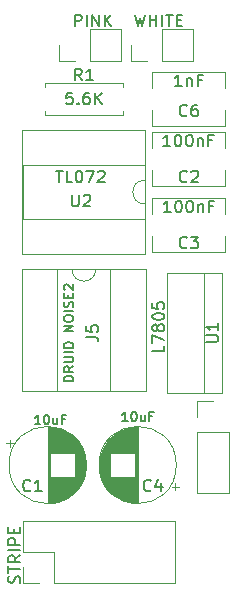
<source format=gbr>
%TF.GenerationSoftware,KiCad,Pcbnew,(5.1.9)-1*%
%TF.CreationDate,2021-06-25T13:34:49+01:00*%
%TF.ProjectId,NoiseGen,4e6f6973-6547-4656-9e2e-6b696361645f,rev?*%
%TF.SameCoordinates,Original*%
%TF.FileFunction,Legend,Top*%
%TF.FilePolarity,Positive*%
%FSLAX46Y46*%
G04 Gerber Fmt 4.6, Leading zero omitted, Abs format (unit mm)*
G04 Created by KiCad (PCBNEW (5.1.9)-1) date 2021-06-25 13:34:49*
%MOMM*%
%LPD*%
G01*
G04 APERTURE LIST*
%ADD10C,0.120000*%
%ADD11C,0.150000*%
G04 APERTURE END LIST*
D10*
%TO.C,U1*%
X135350000Y-76160000D02*
X135350000Y-86400000D01*
X130709000Y-76160000D02*
X130709000Y-86400000D01*
X135350000Y-76160000D02*
X130709000Y-76160000D01*
X135350000Y-86400000D02*
X130709000Y-86400000D01*
X133840000Y-76160000D02*
X133840000Y-86400000D01*
%TO.C,U2*%
X128838000Y-68342000D02*
X128838000Y-67092000D01*
X128838000Y-67092000D02*
X118558000Y-67092000D01*
X118558000Y-67092000D02*
X118558000Y-71592000D01*
X118558000Y-71592000D02*
X128838000Y-71592000D01*
X128838000Y-71592000D02*
X128838000Y-70342000D01*
X128898000Y-64092000D02*
X118498000Y-64092000D01*
X118498000Y-64092000D02*
X118498000Y-74592000D01*
X118498000Y-74592000D02*
X128898000Y-74592000D01*
X128898000Y-74592000D02*
X128898000Y-64092000D01*
X128838000Y-70342000D02*
G75*
G02*
X128838000Y-68342000I0J1000000D01*
G01*
%TO.C,R1*%
X126968000Y-62508000D02*
X126968000Y-62838000D01*
X126968000Y-62838000D02*
X120428000Y-62838000D01*
X120428000Y-62838000D02*
X120428000Y-62508000D01*
X126968000Y-60428000D02*
X126968000Y-60098000D01*
X126968000Y-60098000D02*
X120428000Y-60098000D01*
X120428000Y-60098000D02*
X120428000Y-60428000D01*
%TO.C,J5*%
X122698000Y-75886000D02*
X121448000Y-75886000D01*
X121448000Y-75886000D02*
X121448000Y-86166000D01*
X121448000Y-86166000D02*
X125948000Y-86166000D01*
X125948000Y-86166000D02*
X125948000Y-75886000D01*
X125948000Y-75886000D02*
X124698000Y-75886000D01*
X118448000Y-75826000D02*
X118448000Y-86226000D01*
X118448000Y-86226000D02*
X128948000Y-86226000D01*
X128948000Y-86226000D02*
X128948000Y-75826000D01*
X128948000Y-75826000D02*
X118448000Y-75826000D01*
X124698000Y-75886000D02*
G75*
G02*
X122698000Y-75886000I-1000000J0D01*
G01*
%TO.C,J4*%
X126806000Y-58226000D02*
X126806000Y-55566000D01*
X124206000Y-58226000D02*
X126806000Y-58226000D01*
X124206000Y-55566000D02*
X126806000Y-55566000D01*
X124206000Y-58226000D02*
X124206000Y-55566000D01*
X122936000Y-58226000D02*
X121606000Y-58226000D01*
X121606000Y-58226000D02*
X121606000Y-56896000D01*
%TO.C,J3*%
X132902000Y-58226000D02*
X132902000Y-55566000D01*
X130302000Y-58226000D02*
X132902000Y-58226000D01*
X130302000Y-55566000D02*
X132902000Y-55566000D01*
X130302000Y-58226000D02*
X130302000Y-55566000D01*
X129032000Y-58226000D02*
X127702000Y-58226000D01*
X127702000Y-58226000D02*
X127702000Y-56896000D01*
%TO.C,J2*%
X133290000Y-94802000D02*
X135950000Y-94802000D01*
X133290000Y-89662000D02*
X133290000Y-94802000D01*
X135950000Y-89662000D02*
X135950000Y-94802000D01*
X133290000Y-89662000D02*
X135950000Y-89662000D01*
X133290000Y-88392000D02*
X133290000Y-87062000D01*
X133290000Y-87062000D02*
X134620000Y-87062000D01*
%TO.C,J1*%
X131378000Y-102422000D02*
X131378000Y-97222000D01*
X121158000Y-102422000D02*
X131378000Y-102422000D01*
X118558000Y-97222000D02*
X131378000Y-97222000D01*
X121158000Y-102422000D02*
X121158000Y-99822000D01*
X121158000Y-99822000D02*
X118558000Y-99822000D01*
X118558000Y-99822000D02*
X118558000Y-97222000D01*
X119888000Y-102422000D02*
X118558000Y-102422000D01*
X118558000Y-102422000D02*
X118558000Y-101092000D01*
%TO.C,C6*%
X129428000Y-59147000D02*
X135668000Y-59147000D01*
X129428000Y-63789000D02*
X135668000Y-63789000D01*
X129428000Y-59147000D02*
X129428000Y-60543000D01*
X129428000Y-62393000D02*
X129428000Y-63789000D01*
X135668000Y-59147000D02*
X135668000Y-60543000D01*
X135668000Y-62393000D02*
X135668000Y-63789000D01*
%TO.C,C4*%
X131520000Y-92456000D02*
G75*
G03*
X131520000Y-92456000I-3270000J0D01*
G01*
X128250000Y-95686000D02*
X128250000Y-89226000D01*
X128210000Y-95686000D02*
X128210000Y-89226000D01*
X128170000Y-95686000D02*
X128170000Y-89226000D01*
X128130000Y-95684000D02*
X128130000Y-89228000D01*
X128090000Y-95683000D02*
X128090000Y-89229000D01*
X128050000Y-95680000D02*
X128050000Y-89232000D01*
X128010000Y-95678000D02*
X128010000Y-93496000D01*
X128010000Y-91416000D02*
X128010000Y-89234000D01*
X127970000Y-95674000D02*
X127970000Y-93496000D01*
X127970000Y-91416000D02*
X127970000Y-89238000D01*
X127930000Y-95671000D02*
X127930000Y-93496000D01*
X127930000Y-91416000D02*
X127930000Y-89241000D01*
X127890000Y-95667000D02*
X127890000Y-93496000D01*
X127890000Y-91416000D02*
X127890000Y-89245000D01*
X127850000Y-95662000D02*
X127850000Y-93496000D01*
X127850000Y-91416000D02*
X127850000Y-89250000D01*
X127810000Y-95657000D02*
X127810000Y-93496000D01*
X127810000Y-91416000D02*
X127810000Y-89255000D01*
X127770000Y-95651000D02*
X127770000Y-93496000D01*
X127770000Y-91416000D02*
X127770000Y-89261000D01*
X127730000Y-95645000D02*
X127730000Y-93496000D01*
X127730000Y-91416000D02*
X127730000Y-89267000D01*
X127690000Y-95638000D02*
X127690000Y-93496000D01*
X127690000Y-91416000D02*
X127690000Y-89274000D01*
X127650000Y-95631000D02*
X127650000Y-93496000D01*
X127650000Y-91416000D02*
X127650000Y-89281000D01*
X127610000Y-95623000D02*
X127610000Y-93496000D01*
X127610000Y-91416000D02*
X127610000Y-89289000D01*
X127570000Y-95615000D02*
X127570000Y-93496000D01*
X127570000Y-91416000D02*
X127570000Y-89297000D01*
X127529000Y-95606000D02*
X127529000Y-93496000D01*
X127529000Y-91416000D02*
X127529000Y-89306000D01*
X127489000Y-95597000D02*
X127489000Y-93496000D01*
X127489000Y-91416000D02*
X127489000Y-89315000D01*
X127449000Y-95587000D02*
X127449000Y-93496000D01*
X127449000Y-91416000D02*
X127449000Y-89325000D01*
X127409000Y-95577000D02*
X127409000Y-93496000D01*
X127409000Y-91416000D02*
X127409000Y-89335000D01*
X127369000Y-95566000D02*
X127369000Y-93496000D01*
X127369000Y-91416000D02*
X127369000Y-89346000D01*
X127329000Y-95554000D02*
X127329000Y-93496000D01*
X127329000Y-91416000D02*
X127329000Y-89358000D01*
X127289000Y-95542000D02*
X127289000Y-93496000D01*
X127289000Y-91416000D02*
X127289000Y-89370000D01*
X127249000Y-95530000D02*
X127249000Y-93496000D01*
X127249000Y-91416000D02*
X127249000Y-89382000D01*
X127209000Y-95517000D02*
X127209000Y-93496000D01*
X127209000Y-91416000D02*
X127209000Y-89395000D01*
X127169000Y-95503000D02*
X127169000Y-93496000D01*
X127169000Y-91416000D02*
X127169000Y-89409000D01*
X127129000Y-95489000D02*
X127129000Y-93496000D01*
X127129000Y-91416000D02*
X127129000Y-89423000D01*
X127089000Y-95474000D02*
X127089000Y-93496000D01*
X127089000Y-91416000D02*
X127089000Y-89438000D01*
X127049000Y-95458000D02*
X127049000Y-93496000D01*
X127049000Y-91416000D02*
X127049000Y-89454000D01*
X127009000Y-95442000D02*
X127009000Y-93496000D01*
X127009000Y-91416000D02*
X127009000Y-89470000D01*
X126969000Y-95426000D02*
X126969000Y-93496000D01*
X126969000Y-91416000D02*
X126969000Y-89486000D01*
X126929000Y-95408000D02*
X126929000Y-93496000D01*
X126929000Y-91416000D02*
X126929000Y-89504000D01*
X126889000Y-95390000D02*
X126889000Y-93496000D01*
X126889000Y-91416000D02*
X126889000Y-89522000D01*
X126849000Y-95372000D02*
X126849000Y-93496000D01*
X126849000Y-91416000D02*
X126849000Y-89540000D01*
X126809000Y-95352000D02*
X126809000Y-93496000D01*
X126809000Y-91416000D02*
X126809000Y-89560000D01*
X126769000Y-95332000D02*
X126769000Y-93496000D01*
X126769000Y-91416000D02*
X126769000Y-89580000D01*
X126729000Y-95312000D02*
X126729000Y-93496000D01*
X126729000Y-91416000D02*
X126729000Y-89600000D01*
X126689000Y-95290000D02*
X126689000Y-93496000D01*
X126689000Y-91416000D02*
X126689000Y-89622000D01*
X126649000Y-95268000D02*
X126649000Y-93496000D01*
X126649000Y-91416000D02*
X126649000Y-89644000D01*
X126609000Y-95246000D02*
X126609000Y-93496000D01*
X126609000Y-91416000D02*
X126609000Y-89666000D01*
X126569000Y-95222000D02*
X126569000Y-93496000D01*
X126569000Y-91416000D02*
X126569000Y-89690000D01*
X126529000Y-95198000D02*
X126529000Y-93496000D01*
X126529000Y-91416000D02*
X126529000Y-89714000D01*
X126489000Y-95172000D02*
X126489000Y-93496000D01*
X126489000Y-91416000D02*
X126489000Y-89740000D01*
X126449000Y-95146000D02*
X126449000Y-93496000D01*
X126449000Y-91416000D02*
X126449000Y-89766000D01*
X126409000Y-95120000D02*
X126409000Y-93496000D01*
X126409000Y-91416000D02*
X126409000Y-89792000D01*
X126369000Y-95092000D02*
X126369000Y-93496000D01*
X126369000Y-91416000D02*
X126369000Y-89820000D01*
X126329000Y-95063000D02*
X126329000Y-93496000D01*
X126329000Y-91416000D02*
X126329000Y-89849000D01*
X126289000Y-95034000D02*
X126289000Y-93496000D01*
X126289000Y-91416000D02*
X126289000Y-89878000D01*
X126249000Y-95004000D02*
X126249000Y-93496000D01*
X126249000Y-91416000D02*
X126249000Y-89908000D01*
X126209000Y-94972000D02*
X126209000Y-93496000D01*
X126209000Y-91416000D02*
X126209000Y-89940000D01*
X126169000Y-94940000D02*
X126169000Y-93496000D01*
X126169000Y-91416000D02*
X126169000Y-89972000D01*
X126129000Y-94906000D02*
X126129000Y-93496000D01*
X126129000Y-91416000D02*
X126129000Y-90006000D01*
X126089000Y-94872000D02*
X126089000Y-93496000D01*
X126089000Y-91416000D02*
X126089000Y-90040000D01*
X126049000Y-94836000D02*
X126049000Y-93496000D01*
X126049000Y-91416000D02*
X126049000Y-90076000D01*
X126009000Y-94799000D02*
X126009000Y-93496000D01*
X126009000Y-91416000D02*
X126009000Y-90113000D01*
X125969000Y-94761000D02*
X125969000Y-93496000D01*
X125969000Y-91416000D02*
X125969000Y-90151000D01*
X125929000Y-94721000D02*
X125929000Y-90191000D01*
X125889000Y-94680000D02*
X125889000Y-90232000D01*
X125849000Y-94638000D02*
X125849000Y-90274000D01*
X125809000Y-94593000D02*
X125809000Y-90319000D01*
X125769000Y-94548000D02*
X125769000Y-90364000D01*
X125729000Y-94500000D02*
X125729000Y-90412000D01*
X125689000Y-94451000D02*
X125689000Y-90461000D01*
X125649000Y-94400000D02*
X125649000Y-90512000D01*
X125609000Y-94346000D02*
X125609000Y-90566000D01*
X125569000Y-94290000D02*
X125569000Y-90622000D01*
X125529000Y-94232000D02*
X125529000Y-90680000D01*
X125489000Y-94170000D02*
X125489000Y-90742000D01*
X125449000Y-94106000D02*
X125449000Y-90806000D01*
X125409000Y-94037000D02*
X125409000Y-90875000D01*
X125369000Y-93965000D02*
X125369000Y-90947000D01*
X125329000Y-93888000D02*
X125329000Y-91024000D01*
X125289000Y-93806000D02*
X125289000Y-91106000D01*
X125249000Y-93718000D02*
X125249000Y-91194000D01*
X125209000Y-93621000D02*
X125209000Y-91291000D01*
X125169000Y-93515000D02*
X125169000Y-91397000D01*
X125129000Y-93396000D02*
X125129000Y-91516000D01*
X125089000Y-93258000D02*
X125089000Y-91654000D01*
X125049000Y-93089000D02*
X125049000Y-91823000D01*
X125009000Y-92858000D02*
X125009000Y-92054000D01*
X131750241Y-94295000D02*
X131120241Y-94295000D01*
X131435241Y-94610000D02*
X131435241Y-93980000D01*
%TO.C,C3*%
X129428000Y-69815000D02*
X135668000Y-69815000D01*
X129428000Y-74457000D02*
X135668000Y-74457000D01*
X129428000Y-69815000D02*
X129428000Y-71211000D01*
X129428000Y-73061000D02*
X129428000Y-74457000D01*
X135668000Y-69815000D02*
X135668000Y-71211000D01*
X135668000Y-73061000D02*
X135668000Y-74457000D01*
%TO.C,C2*%
X129428000Y-64227000D02*
X135668000Y-64227000D01*
X129428000Y-68869000D02*
X135668000Y-68869000D01*
X129428000Y-64227000D02*
X129428000Y-65623000D01*
X129428000Y-67473000D02*
X129428000Y-68869000D01*
X135668000Y-64227000D02*
X135668000Y-65623000D01*
X135668000Y-67473000D02*
X135668000Y-68869000D01*
%TO.C,C1*%
X123900000Y-92456000D02*
G75*
G03*
X123900000Y-92456000I-3270000J0D01*
G01*
X120630000Y-89226000D02*
X120630000Y-95686000D01*
X120670000Y-89226000D02*
X120670000Y-95686000D01*
X120710000Y-89226000D02*
X120710000Y-95686000D01*
X120750000Y-89228000D02*
X120750000Y-95684000D01*
X120790000Y-89229000D02*
X120790000Y-95683000D01*
X120830000Y-89232000D02*
X120830000Y-95680000D01*
X120870000Y-89234000D02*
X120870000Y-91416000D01*
X120870000Y-93496000D02*
X120870000Y-95678000D01*
X120910000Y-89238000D02*
X120910000Y-91416000D01*
X120910000Y-93496000D02*
X120910000Y-95674000D01*
X120950000Y-89241000D02*
X120950000Y-91416000D01*
X120950000Y-93496000D02*
X120950000Y-95671000D01*
X120990000Y-89245000D02*
X120990000Y-91416000D01*
X120990000Y-93496000D02*
X120990000Y-95667000D01*
X121030000Y-89250000D02*
X121030000Y-91416000D01*
X121030000Y-93496000D02*
X121030000Y-95662000D01*
X121070000Y-89255000D02*
X121070000Y-91416000D01*
X121070000Y-93496000D02*
X121070000Y-95657000D01*
X121110000Y-89261000D02*
X121110000Y-91416000D01*
X121110000Y-93496000D02*
X121110000Y-95651000D01*
X121150000Y-89267000D02*
X121150000Y-91416000D01*
X121150000Y-93496000D02*
X121150000Y-95645000D01*
X121190000Y-89274000D02*
X121190000Y-91416000D01*
X121190000Y-93496000D02*
X121190000Y-95638000D01*
X121230000Y-89281000D02*
X121230000Y-91416000D01*
X121230000Y-93496000D02*
X121230000Y-95631000D01*
X121270000Y-89289000D02*
X121270000Y-91416000D01*
X121270000Y-93496000D02*
X121270000Y-95623000D01*
X121310000Y-89297000D02*
X121310000Y-91416000D01*
X121310000Y-93496000D02*
X121310000Y-95615000D01*
X121351000Y-89306000D02*
X121351000Y-91416000D01*
X121351000Y-93496000D02*
X121351000Y-95606000D01*
X121391000Y-89315000D02*
X121391000Y-91416000D01*
X121391000Y-93496000D02*
X121391000Y-95597000D01*
X121431000Y-89325000D02*
X121431000Y-91416000D01*
X121431000Y-93496000D02*
X121431000Y-95587000D01*
X121471000Y-89335000D02*
X121471000Y-91416000D01*
X121471000Y-93496000D02*
X121471000Y-95577000D01*
X121511000Y-89346000D02*
X121511000Y-91416000D01*
X121511000Y-93496000D02*
X121511000Y-95566000D01*
X121551000Y-89358000D02*
X121551000Y-91416000D01*
X121551000Y-93496000D02*
X121551000Y-95554000D01*
X121591000Y-89370000D02*
X121591000Y-91416000D01*
X121591000Y-93496000D02*
X121591000Y-95542000D01*
X121631000Y-89382000D02*
X121631000Y-91416000D01*
X121631000Y-93496000D02*
X121631000Y-95530000D01*
X121671000Y-89395000D02*
X121671000Y-91416000D01*
X121671000Y-93496000D02*
X121671000Y-95517000D01*
X121711000Y-89409000D02*
X121711000Y-91416000D01*
X121711000Y-93496000D02*
X121711000Y-95503000D01*
X121751000Y-89423000D02*
X121751000Y-91416000D01*
X121751000Y-93496000D02*
X121751000Y-95489000D01*
X121791000Y-89438000D02*
X121791000Y-91416000D01*
X121791000Y-93496000D02*
X121791000Y-95474000D01*
X121831000Y-89454000D02*
X121831000Y-91416000D01*
X121831000Y-93496000D02*
X121831000Y-95458000D01*
X121871000Y-89470000D02*
X121871000Y-91416000D01*
X121871000Y-93496000D02*
X121871000Y-95442000D01*
X121911000Y-89486000D02*
X121911000Y-91416000D01*
X121911000Y-93496000D02*
X121911000Y-95426000D01*
X121951000Y-89504000D02*
X121951000Y-91416000D01*
X121951000Y-93496000D02*
X121951000Y-95408000D01*
X121991000Y-89522000D02*
X121991000Y-91416000D01*
X121991000Y-93496000D02*
X121991000Y-95390000D01*
X122031000Y-89540000D02*
X122031000Y-91416000D01*
X122031000Y-93496000D02*
X122031000Y-95372000D01*
X122071000Y-89560000D02*
X122071000Y-91416000D01*
X122071000Y-93496000D02*
X122071000Y-95352000D01*
X122111000Y-89580000D02*
X122111000Y-91416000D01*
X122111000Y-93496000D02*
X122111000Y-95332000D01*
X122151000Y-89600000D02*
X122151000Y-91416000D01*
X122151000Y-93496000D02*
X122151000Y-95312000D01*
X122191000Y-89622000D02*
X122191000Y-91416000D01*
X122191000Y-93496000D02*
X122191000Y-95290000D01*
X122231000Y-89644000D02*
X122231000Y-91416000D01*
X122231000Y-93496000D02*
X122231000Y-95268000D01*
X122271000Y-89666000D02*
X122271000Y-91416000D01*
X122271000Y-93496000D02*
X122271000Y-95246000D01*
X122311000Y-89690000D02*
X122311000Y-91416000D01*
X122311000Y-93496000D02*
X122311000Y-95222000D01*
X122351000Y-89714000D02*
X122351000Y-91416000D01*
X122351000Y-93496000D02*
X122351000Y-95198000D01*
X122391000Y-89740000D02*
X122391000Y-91416000D01*
X122391000Y-93496000D02*
X122391000Y-95172000D01*
X122431000Y-89766000D02*
X122431000Y-91416000D01*
X122431000Y-93496000D02*
X122431000Y-95146000D01*
X122471000Y-89792000D02*
X122471000Y-91416000D01*
X122471000Y-93496000D02*
X122471000Y-95120000D01*
X122511000Y-89820000D02*
X122511000Y-91416000D01*
X122511000Y-93496000D02*
X122511000Y-95092000D01*
X122551000Y-89849000D02*
X122551000Y-91416000D01*
X122551000Y-93496000D02*
X122551000Y-95063000D01*
X122591000Y-89878000D02*
X122591000Y-91416000D01*
X122591000Y-93496000D02*
X122591000Y-95034000D01*
X122631000Y-89908000D02*
X122631000Y-91416000D01*
X122631000Y-93496000D02*
X122631000Y-95004000D01*
X122671000Y-89940000D02*
X122671000Y-91416000D01*
X122671000Y-93496000D02*
X122671000Y-94972000D01*
X122711000Y-89972000D02*
X122711000Y-91416000D01*
X122711000Y-93496000D02*
X122711000Y-94940000D01*
X122751000Y-90006000D02*
X122751000Y-91416000D01*
X122751000Y-93496000D02*
X122751000Y-94906000D01*
X122791000Y-90040000D02*
X122791000Y-91416000D01*
X122791000Y-93496000D02*
X122791000Y-94872000D01*
X122831000Y-90076000D02*
X122831000Y-91416000D01*
X122831000Y-93496000D02*
X122831000Y-94836000D01*
X122871000Y-90113000D02*
X122871000Y-91416000D01*
X122871000Y-93496000D02*
X122871000Y-94799000D01*
X122911000Y-90151000D02*
X122911000Y-91416000D01*
X122911000Y-93496000D02*
X122911000Y-94761000D01*
X122951000Y-90191000D02*
X122951000Y-94721000D01*
X122991000Y-90232000D02*
X122991000Y-94680000D01*
X123031000Y-90274000D02*
X123031000Y-94638000D01*
X123071000Y-90319000D02*
X123071000Y-94593000D01*
X123111000Y-90364000D02*
X123111000Y-94548000D01*
X123151000Y-90412000D02*
X123151000Y-94500000D01*
X123191000Y-90461000D02*
X123191000Y-94451000D01*
X123231000Y-90512000D02*
X123231000Y-94400000D01*
X123271000Y-90566000D02*
X123271000Y-94346000D01*
X123311000Y-90622000D02*
X123311000Y-94290000D01*
X123351000Y-90680000D02*
X123351000Y-94232000D01*
X123391000Y-90742000D02*
X123391000Y-94170000D01*
X123431000Y-90806000D02*
X123431000Y-94106000D01*
X123471000Y-90875000D02*
X123471000Y-94037000D01*
X123511000Y-90947000D02*
X123511000Y-93965000D01*
X123551000Y-91024000D02*
X123551000Y-93888000D01*
X123591000Y-91106000D02*
X123591000Y-93806000D01*
X123631000Y-91194000D02*
X123631000Y-93718000D01*
X123671000Y-91291000D02*
X123671000Y-93621000D01*
X123711000Y-91397000D02*
X123711000Y-93515000D01*
X123751000Y-91516000D02*
X123751000Y-93396000D01*
X123791000Y-91654000D02*
X123791000Y-93258000D01*
X123831000Y-91823000D02*
X123831000Y-93089000D01*
X123871000Y-92054000D02*
X123871000Y-92858000D01*
X117129759Y-90617000D02*
X117759759Y-90617000D01*
X117444759Y-90302000D02*
X117444759Y-90932000D01*
%TO.C,U1*%
D11*
X134072380Y-82041904D02*
X134881904Y-82041904D01*
X134977142Y-81994285D01*
X135024761Y-81946666D01*
X135072380Y-81851428D01*
X135072380Y-81660952D01*
X135024761Y-81565714D01*
X134977142Y-81518095D01*
X134881904Y-81470476D01*
X134072380Y-81470476D01*
X135072380Y-80470476D02*
X135072380Y-81041904D01*
X135072380Y-80756190D02*
X134072380Y-80756190D01*
X134215238Y-80851428D01*
X134310476Y-80946666D01*
X134358095Y-81041904D01*
X130500380Y-82367238D02*
X130500380Y-82843428D01*
X129500380Y-82843428D01*
X129500380Y-82129142D02*
X129500380Y-81462476D01*
X130500380Y-81891047D01*
X129928952Y-80938666D02*
X129881333Y-81033904D01*
X129833714Y-81081523D01*
X129738476Y-81129142D01*
X129690857Y-81129142D01*
X129595619Y-81081523D01*
X129548000Y-81033904D01*
X129500380Y-80938666D01*
X129500380Y-80748190D01*
X129548000Y-80652952D01*
X129595619Y-80605333D01*
X129690857Y-80557714D01*
X129738476Y-80557714D01*
X129833714Y-80605333D01*
X129881333Y-80652952D01*
X129928952Y-80748190D01*
X129928952Y-80938666D01*
X129976571Y-81033904D01*
X130024190Y-81081523D01*
X130119428Y-81129142D01*
X130309904Y-81129142D01*
X130405142Y-81081523D01*
X130452761Y-81033904D01*
X130500380Y-80938666D01*
X130500380Y-80748190D01*
X130452761Y-80652952D01*
X130405142Y-80605333D01*
X130309904Y-80557714D01*
X130119428Y-80557714D01*
X130024190Y-80605333D01*
X129976571Y-80652952D01*
X129928952Y-80748190D01*
X129500380Y-79938666D02*
X129500380Y-79843428D01*
X129548000Y-79748190D01*
X129595619Y-79700571D01*
X129690857Y-79652952D01*
X129881333Y-79605333D01*
X130119428Y-79605333D01*
X130309904Y-79652952D01*
X130405142Y-79700571D01*
X130452761Y-79748190D01*
X130500380Y-79843428D01*
X130500380Y-79938666D01*
X130452761Y-80033904D01*
X130405142Y-80081523D01*
X130309904Y-80129142D01*
X130119428Y-80176761D01*
X129881333Y-80176761D01*
X129690857Y-80129142D01*
X129595619Y-80081523D01*
X129548000Y-80033904D01*
X129500380Y-79938666D01*
X129500380Y-78700571D02*
X129500380Y-79176761D01*
X129976571Y-79224380D01*
X129928952Y-79176761D01*
X129881333Y-79081523D01*
X129881333Y-78843428D01*
X129928952Y-78748190D01*
X129976571Y-78700571D01*
X130071809Y-78652952D01*
X130309904Y-78652952D01*
X130405142Y-78700571D01*
X130452761Y-78748190D01*
X130500380Y-78843428D01*
X130500380Y-79081523D01*
X130452761Y-79176761D01*
X130405142Y-79224380D01*
%TO.C,U2*%
X122682095Y-69556380D02*
X122682095Y-70365904D01*
X122729714Y-70461142D01*
X122777333Y-70508761D01*
X122872571Y-70556380D01*
X123063047Y-70556380D01*
X123158285Y-70508761D01*
X123205904Y-70461142D01*
X123253523Y-70365904D01*
X123253523Y-69556380D01*
X123682095Y-69651619D02*
X123729714Y-69604000D01*
X123824952Y-69556380D01*
X124063047Y-69556380D01*
X124158285Y-69604000D01*
X124205904Y-69651619D01*
X124253523Y-69746857D01*
X124253523Y-69842095D01*
X124205904Y-69984952D01*
X123634476Y-70556380D01*
X124253523Y-70556380D01*
X121324952Y-67524380D02*
X121896380Y-67524380D01*
X121610666Y-68524380D02*
X121610666Y-67524380D01*
X122705904Y-68524380D02*
X122229714Y-68524380D01*
X122229714Y-67524380D01*
X123229714Y-67524380D02*
X123324952Y-67524380D01*
X123420190Y-67572000D01*
X123467809Y-67619619D01*
X123515428Y-67714857D01*
X123563047Y-67905333D01*
X123563047Y-68143428D01*
X123515428Y-68333904D01*
X123467809Y-68429142D01*
X123420190Y-68476761D01*
X123324952Y-68524380D01*
X123229714Y-68524380D01*
X123134476Y-68476761D01*
X123086857Y-68429142D01*
X123039238Y-68333904D01*
X122991619Y-68143428D01*
X122991619Y-67905333D01*
X123039238Y-67714857D01*
X123086857Y-67619619D01*
X123134476Y-67572000D01*
X123229714Y-67524380D01*
X123896380Y-67524380D02*
X124563047Y-67524380D01*
X124134476Y-68524380D01*
X124896380Y-67619619D02*
X124944000Y-67572000D01*
X125039238Y-67524380D01*
X125277333Y-67524380D01*
X125372571Y-67572000D01*
X125420190Y-67619619D01*
X125467809Y-67714857D01*
X125467809Y-67810095D01*
X125420190Y-67952952D01*
X124848761Y-68524380D01*
X125467809Y-68524380D01*
%TO.C,R1*%
X123531333Y-59888380D02*
X123198000Y-59412190D01*
X122959904Y-59888380D02*
X122959904Y-58888380D01*
X123340857Y-58888380D01*
X123436095Y-58936000D01*
X123483714Y-58983619D01*
X123531333Y-59078857D01*
X123531333Y-59221714D01*
X123483714Y-59316952D01*
X123436095Y-59364571D01*
X123340857Y-59412190D01*
X122959904Y-59412190D01*
X124483714Y-59888380D02*
X123912285Y-59888380D01*
X124198000Y-59888380D02*
X124198000Y-58888380D01*
X124102761Y-59031238D01*
X124007523Y-59126476D01*
X123912285Y-59174095D01*
X122721809Y-60920380D02*
X122245619Y-60920380D01*
X122198000Y-61396571D01*
X122245619Y-61348952D01*
X122340857Y-61301333D01*
X122578952Y-61301333D01*
X122674190Y-61348952D01*
X122721809Y-61396571D01*
X122769428Y-61491809D01*
X122769428Y-61729904D01*
X122721809Y-61825142D01*
X122674190Y-61872761D01*
X122578952Y-61920380D01*
X122340857Y-61920380D01*
X122245619Y-61872761D01*
X122198000Y-61825142D01*
X123198000Y-61825142D02*
X123245619Y-61872761D01*
X123198000Y-61920380D01*
X123150380Y-61872761D01*
X123198000Y-61825142D01*
X123198000Y-61920380D01*
X124102761Y-60920380D02*
X123912285Y-60920380D01*
X123817047Y-60968000D01*
X123769428Y-61015619D01*
X123674190Y-61158476D01*
X123626571Y-61348952D01*
X123626571Y-61729904D01*
X123674190Y-61825142D01*
X123721809Y-61872761D01*
X123817047Y-61920380D01*
X124007523Y-61920380D01*
X124102761Y-61872761D01*
X124150380Y-61825142D01*
X124198000Y-61729904D01*
X124198000Y-61491809D01*
X124150380Y-61396571D01*
X124102761Y-61348952D01*
X124007523Y-61301333D01*
X123817047Y-61301333D01*
X123721809Y-61348952D01*
X123674190Y-61396571D01*
X123626571Y-61491809D01*
X124626571Y-61920380D02*
X124626571Y-60920380D01*
X125198000Y-61920380D02*
X124769428Y-61348952D01*
X125198000Y-60920380D02*
X124626571Y-61491809D01*
%TO.C,J5*%
X123912380Y-81613333D02*
X124626666Y-81613333D01*
X124769523Y-81660952D01*
X124864761Y-81756190D01*
X124912380Y-81899047D01*
X124912380Y-81994285D01*
X123912380Y-80660952D02*
X123912380Y-81137142D01*
X124388571Y-81184761D01*
X124340952Y-81137142D01*
X124293333Y-81041904D01*
X124293333Y-80803809D01*
X124340952Y-80708571D01*
X124388571Y-80660952D01*
X124483809Y-80613333D01*
X124721904Y-80613333D01*
X124817142Y-80660952D01*
X124864761Y-80708571D01*
X124912380Y-80803809D01*
X124912380Y-81041904D01*
X124864761Y-81137142D01*
X124817142Y-81184761D01*
X122789904Y-85356190D02*
X121989904Y-85356190D01*
X121989904Y-85165714D01*
X122028000Y-85051428D01*
X122104190Y-84975238D01*
X122180380Y-84937142D01*
X122332761Y-84899047D01*
X122447047Y-84899047D01*
X122599428Y-84937142D01*
X122675619Y-84975238D01*
X122751809Y-85051428D01*
X122789904Y-85165714D01*
X122789904Y-85356190D01*
X122789904Y-84099047D02*
X122408952Y-84365714D01*
X122789904Y-84556190D02*
X121989904Y-84556190D01*
X121989904Y-84251428D01*
X122028000Y-84175238D01*
X122066095Y-84137142D01*
X122142285Y-84099047D01*
X122256571Y-84099047D01*
X122332761Y-84137142D01*
X122370857Y-84175238D01*
X122408952Y-84251428D01*
X122408952Y-84556190D01*
X121989904Y-83756190D02*
X122637523Y-83756190D01*
X122713714Y-83718095D01*
X122751809Y-83680000D01*
X122789904Y-83603809D01*
X122789904Y-83451428D01*
X122751809Y-83375238D01*
X122713714Y-83337142D01*
X122637523Y-83299047D01*
X121989904Y-83299047D01*
X122789904Y-82918095D02*
X121989904Y-82918095D01*
X122789904Y-82537142D02*
X121989904Y-82537142D01*
X121989904Y-82346666D01*
X122028000Y-82232380D01*
X122104190Y-82156190D01*
X122180380Y-82118095D01*
X122332761Y-82080000D01*
X122447047Y-82080000D01*
X122599428Y-82118095D01*
X122675619Y-82156190D01*
X122751809Y-82232380D01*
X122789904Y-82346666D01*
X122789904Y-82537142D01*
X122789904Y-81127619D02*
X121989904Y-81127619D01*
X122789904Y-80670476D01*
X121989904Y-80670476D01*
X121989904Y-80137142D02*
X121989904Y-79984761D01*
X122028000Y-79908571D01*
X122104190Y-79832380D01*
X122256571Y-79794285D01*
X122523238Y-79794285D01*
X122675619Y-79832380D01*
X122751809Y-79908571D01*
X122789904Y-79984761D01*
X122789904Y-80137142D01*
X122751809Y-80213333D01*
X122675619Y-80289523D01*
X122523238Y-80327619D01*
X122256571Y-80327619D01*
X122104190Y-80289523D01*
X122028000Y-80213333D01*
X121989904Y-80137142D01*
X122789904Y-79451428D02*
X121989904Y-79451428D01*
X122751809Y-79108571D02*
X122789904Y-78994285D01*
X122789904Y-78803809D01*
X122751809Y-78727619D01*
X122713714Y-78689523D01*
X122637523Y-78651428D01*
X122561333Y-78651428D01*
X122485142Y-78689523D01*
X122447047Y-78727619D01*
X122408952Y-78803809D01*
X122370857Y-78956190D01*
X122332761Y-79032380D01*
X122294666Y-79070476D01*
X122218476Y-79108571D01*
X122142285Y-79108571D01*
X122066095Y-79070476D01*
X122028000Y-79032380D01*
X121989904Y-78956190D01*
X121989904Y-78765714D01*
X122028000Y-78651428D01*
X122370857Y-78308571D02*
X122370857Y-78041904D01*
X122789904Y-77927619D02*
X122789904Y-78308571D01*
X121989904Y-78308571D01*
X121989904Y-77927619D01*
X122066095Y-77622857D02*
X122028000Y-77584761D01*
X121989904Y-77508571D01*
X121989904Y-77318095D01*
X122028000Y-77241904D01*
X122066095Y-77203809D01*
X122142285Y-77165714D01*
X122218476Y-77165714D01*
X122332761Y-77203809D01*
X122789904Y-77660952D01*
X122789904Y-77165714D01*
%TO.C,J4*%
X122936190Y-55316380D02*
X122936190Y-54316380D01*
X123317142Y-54316380D01*
X123412380Y-54364000D01*
X123460000Y-54411619D01*
X123507619Y-54506857D01*
X123507619Y-54649714D01*
X123460000Y-54744952D01*
X123412380Y-54792571D01*
X123317142Y-54840190D01*
X122936190Y-54840190D01*
X123936190Y-55316380D02*
X123936190Y-54316380D01*
X124412380Y-55316380D02*
X124412380Y-54316380D01*
X124983809Y-55316380D01*
X124983809Y-54316380D01*
X125460000Y-55316380D02*
X125460000Y-54316380D01*
X126031428Y-55316380D02*
X125602857Y-54744952D01*
X126031428Y-54316380D02*
X125460000Y-54887809D01*
%TO.C,J3*%
X128024190Y-54316380D02*
X128262285Y-55316380D01*
X128452761Y-54602095D01*
X128643238Y-55316380D01*
X128881333Y-54316380D01*
X129262285Y-55316380D02*
X129262285Y-54316380D01*
X129262285Y-54792571D02*
X129833714Y-54792571D01*
X129833714Y-55316380D02*
X129833714Y-54316380D01*
X130309904Y-55316380D02*
X130309904Y-54316380D01*
X130643238Y-54316380D02*
X131214666Y-54316380D01*
X130928952Y-55316380D02*
X130928952Y-54316380D01*
X131548000Y-54792571D02*
X131881333Y-54792571D01*
X132024190Y-55316380D02*
X131548000Y-55316380D01*
X131548000Y-54316380D01*
X132024190Y-54316380D01*
%TO.C,J1*%
X118260761Y-102433142D02*
X118308380Y-102290285D01*
X118308380Y-102052190D01*
X118260761Y-101956952D01*
X118213142Y-101909333D01*
X118117904Y-101861714D01*
X118022666Y-101861714D01*
X117927428Y-101909333D01*
X117879809Y-101956952D01*
X117832190Y-102052190D01*
X117784571Y-102242666D01*
X117736952Y-102337904D01*
X117689333Y-102385523D01*
X117594095Y-102433142D01*
X117498857Y-102433142D01*
X117403619Y-102385523D01*
X117356000Y-102337904D01*
X117308380Y-102242666D01*
X117308380Y-102004571D01*
X117356000Y-101861714D01*
X117308380Y-101576000D02*
X117308380Y-101004571D01*
X118308380Y-101290285D02*
X117308380Y-101290285D01*
X118308380Y-100099809D02*
X117832190Y-100433142D01*
X118308380Y-100671238D02*
X117308380Y-100671238D01*
X117308380Y-100290285D01*
X117356000Y-100195047D01*
X117403619Y-100147428D01*
X117498857Y-100099809D01*
X117641714Y-100099809D01*
X117736952Y-100147428D01*
X117784571Y-100195047D01*
X117832190Y-100290285D01*
X117832190Y-100671238D01*
X118308380Y-99671238D02*
X117308380Y-99671238D01*
X118308380Y-99195047D02*
X117308380Y-99195047D01*
X117308380Y-98814095D01*
X117356000Y-98718857D01*
X117403619Y-98671238D01*
X117498857Y-98623619D01*
X117641714Y-98623619D01*
X117736952Y-98671238D01*
X117784571Y-98718857D01*
X117832190Y-98814095D01*
X117832190Y-99195047D01*
X117784571Y-98195047D02*
X117784571Y-97861714D01*
X118308380Y-97718857D02*
X118308380Y-98195047D01*
X117308380Y-98195047D01*
X117308380Y-97718857D01*
%TO.C,C6*%
X132421333Y-62841142D02*
X132373714Y-62888761D01*
X132230857Y-62936380D01*
X132135619Y-62936380D01*
X131992761Y-62888761D01*
X131897523Y-62793523D01*
X131849904Y-62698285D01*
X131802285Y-62507809D01*
X131802285Y-62364952D01*
X131849904Y-62174476D01*
X131897523Y-62079238D01*
X131992761Y-61984000D01*
X132135619Y-61936380D01*
X132230857Y-61936380D01*
X132373714Y-61984000D01*
X132421333Y-62031619D01*
X133278476Y-61936380D02*
X133088000Y-61936380D01*
X132992761Y-61984000D01*
X132945142Y-62031619D01*
X132849904Y-62174476D01*
X132802285Y-62364952D01*
X132802285Y-62745904D01*
X132849904Y-62841142D01*
X132897523Y-62888761D01*
X132992761Y-62936380D01*
X133183238Y-62936380D01*
X133278476Y-62888761D01*
X133326095Y-62841142D01*
X133373714Y-62745904D01*
X133373714Y-62507809D01*
X133326095Y-62412571D01*
X133278476Y-62364952D01*
X133183238Y-62317333D01*
X132992761Y-62317333D01*
X132897523Y-62364952D01*
X132849904Y-62412571D01*
X132802285Y-62507809D01*
X131992761Y-60396380D02*
X131421333Y-60396380D01*
X131707047Y-60396380D02*
X131707047Y-59396380D01*
X131611809Y-59539238D01*
X131516571Y-59634476D01*
X131421333Y-59682095D01*
X132421333Y-59729714D02*
X132421333Y-60396380D01*
X132421333Y-59824952D02*
X132468952Y-59777333D01*
X132564190Y-59729714D01*
X132707047Y-59729714D01*
X132802285Y-59777333D01*
X132849904Y-59872571D01*
X132849904Y-60396380D01*
X133659428Y-59872571D02*
X133326095Y-59872571D01*
X133326095Y-60396380D02*
X133326095Y-59396380D01*
X133802285Y-59396380D01*
%TO.C,C4*%
X129373333Y-94591142D02*
X129325714Y-94638761D01*
X129182857Y-94686380D01*
X129087619Y-94686380D01*
X128944761Y-94638761D01*
X128849523Y-94543523D01*
X128801904Y-94448285D01*
X128754285Y-94257809D01*
X128754285Y-94114952D01*
X128801904Y-93924476D01*
X128849523Y-93829238D01*
X128944761Y-93734000D01*
X129087619Y-93686380D01*
X129182857Y-93686380D01*
X129325714Y-93734000D01*
X129373333Y-93781619D01*
X130230476Y-94019714D02*
X130230476Y-94686380D01*
X129992380Y-93638761D02*
X129754285Y-94353047D01*
X130373333Y-94353047D01*
X127392857Y-88753904D02*
X126935714Y-88753904D01*
X127164285Y-88753904D02*
X127164285Y-87953904D01*
X127088095Y-88068190D01*
X127011904Y-88144380D01*
X126935714Y-88182476D01*
X127888095Y-87953904D02*
X127964285Y-87953904D01*
X128040476Y-87992000D01*
X128078571Y-88030095D01*
X128116666Y-88106285D01*
X128154761Y-88258666D01*
X128154761Y-88449142D01*
X128116666Y-88601523D01*
X128078571Y-88677714D01*
X128040476Y-88715809D01*
X127964285Y-88753904D01*
X127888095Y-88753904D01*
X127811904Y-88715809D01*
X127773809Y-88677714D01*
X127735714Y-88601523D01*
X127697619Y-88449142D01*
X127697619Y-88258666D01*
X127735714Y-88106285D01*
X127773809Y-88030095D01*
X127811904Y-87992000D01*
X127888095Y-87953904D01*
X128840476Y-88220571D02*
X128840476Y-88753904D01*
X128497619Y-88220571D02*
X128497619Y-88639619D01*
X128535714Y-88715809D01*
X128611904Y-88753904D01*
X128726190Y-88753904D01*
X128802380Y-88715809D01*
X128840476Y-88677714D01*
X129488095Y-88334857D02*
X129221428Y-88334857D01*
X129221428Y-88753904D02*
X129221428Y-87953904D01*
X129602380Y-87953904D01*
%TO.C,C3*%
X132421333Y-74017142D02*
X132373714Y-74064761D01*
X132230857Y-74112380D01*
X132135619Y-74112380D01*
X131992761Y-74064761D01*
X131897523Y-73969523D01*
X131849904Y-73874285D01*
X131802285Y-73683809D01*
X131802285Y-73540952D01*
X131849904Y-73350476D01*
X131897523Y-73255238D01*
X131992761Y-73160000D01*
X132135619Y-73112380D01*
X132230857Y-73112380D01*
X132373714Y-73160000D01*
X132421333Y-73207619D01*
X132754666Y-73112380D02*
X133373714Y-73112380D01*
X133040380Y-73493333D01*
X133183238Y-73493333D01*
X133278476Y-73540952D01*
X133326095Y-73588571D01*
X133373714Y-73683809D01*
X133373714Y-73921904D01*
X133326095Y-74017142D01*
X133278476Y-74064761D01*
X133183238Y-74112380D01*
X132897523Y-74112380D01*
X132802285Y-74064761D01*
X132754666Y-74017142D01*
X131040380Y-71064380D02*
X130468952Y-71064380D01*
X130754666Y-71064380D02*
X130754666Y-70064380D01*
X130659428Y-70207238D01*
X130564190Y-70302476D01*
X130468952Y-70350095D01*
X131659428Y-70064380D02*
X131754666Y-70064380D01*
X131849904Y-70112000D01*
X131897523Y-70159619D01*
X131945142Y-70254857D01*
X131992761Y-70445333D01*
X131992761Y-70683428D01*
X131945142Y-70873904D01*
X131897523Y-70969142D01*
X131849904Y-71016761D01*
X131754666Y-71064380D01*
X131659428Y-71064380D01*
X131564190Y-71016761D01*
X131516571Y-70969142D01*
X131468952Y-70873904D01*
X131421333Y-70683428D01*
X131421333Y-70445333D01*
X131468952Y-70254857D01*
X131516571Y-70159619D01*
X131564190Y-70112000D01*
X131659428Y-70064380D01*
X132611809Y-70064380D02*
X132707047Y-70064380D01*
X132802285Y-70112000D01*
X132849904Y-70159619D01*
X132897523Y-70254857D01*
X132945142Y-70445333D01*
X132945142Y-70683428D01*
X132897523Y-70873904D01*
X132849904Y-70969142D01*
X132802285Y-71016761D01*
X132707047Y-71064380D01*
X132611809Y-71064380D01*
X132516571Y-71016761D01*
X132468952Y-70969142D01*
X132421333Y-70873904D01*
X132373714Y-70683428D01*
X132373714Y-70445333D01*
X132421333Y-70254857D01*
X132468952Y-70159619D01*
X132516571Y-70112000D01*
X132611809Y-70064380D01*
X133373714Y-70397714D02*
X133373714Y-71064380D01*
X133373714Y-70492952D02*
X133421333Y-70445333D01*
X133516571Y-70397714D01*
X133659428Y-70397714D01*
X133754666Y-70445333D01*
X133802285Y-70540571D01*
X133802285Y-71064380D01*
X134611809Y-70540571D02*
X134278476Y-70540571D01*
X134278476Y-71064380D02*
X134278476Y-70064380D01*
X134754666Y-70064380D01*
%TO.C,C2*%
X132421333Y-68429142D02*
X132373714Y-68476761D01*
X132230857Y-68524380D01*
X132135619Y-68524380D01*
X131992761Y-68476761D01*
X131897523Y-68381523D01*
X131849904Y-68286285D01*
X131802285Y-68095809D01*
X131802285Y-67952952D01*
X131849904Y-67762476D01*
X131897523Y-67667238D01*
X131992761Y-67572000D01*
X132135619Y-67524380D01*
X132230857Y-67524380D01*
X132373714Y-67572000D01*
X132421333Y-67619619D01*
X132802285Y-67619619D02*
X132849904Y-67572000D01*
X132945142Y-67524380D01*
X133183238Y-67524380D01*
X133278476Y-67572000D01*
X133326095Y-67619619D01*
X133373714Y-67714857D01*
X133373714Y-67810095D01*
X133326095Y-67952952D01*
X132754666Y-68524380D01*
X133373714Y-68524380D01*
X131000380Y-65476380D02*
X130428952Y-65476380D01*
X130714666Y-65476380D02*
X130714666Y-64476380D01*
X130619428Y-64619238D01*
X130524190Y-64714476D01*
X130428952Y-64762095D01*
X131619428Y-64476380D02*
X131714666Y-64476380D01*
X131809904Y-64524000D01*
X131857523Y-64571619D01*
X131905142Y-64666857D01*
X131952761Y-64857333D01*
X131952761Y-65095428D01*
X131905142Y-65285904D01*
X131857523Y-65381142D01*
X131809904Y-65428761D01*
X131714666Y-65476380D01*
X131619428Y-65476380D01*
X131524190Y-65428761D01*
X131476571Y-65381142D01*
X131428952Y-65285904D01*
X131381333Y-65095428D01*
X131381333Y-64857333D01*
X131428952Y-64666857D01*
X131476571Y-64571619D01*
X131524190Y-64524000D01*
X131619428Y-64476380D01*
X132571809Y-64476380D02*
X132667047Y-64476380D01*
X132762285Y-64524000D01*
X132809904Y-64571619D01*
X132857523Y-64666857D01*
X132905142Y-64857333D01*
X132905142Y-65095428D01*
X132857523Y-65285904D01*
X132809904Y-65381142D01*
X132762285Y-65428761D01*
X132667047Y-65476380D01*
X132571809Y-65476380D01*
X132476571Y-65428761D01*
X132428952Y-65381142D01*
X132381333Y-65285904D01*
X132333714Y-65095428D01*
X132333714Y-64857333D01*
X132381333Y-64666857D01*
X132428952Y-64571619D01*
X132476571Y-64524000D01*
X132571809Y-64476380D01*
X133333714Y-64809714D02*
X133333714Y-65476380D01*
X133333714Y-64904952D02*
X133381333Y-64857333D01*
X133476571Y-64809714D01*
X133619428Y-64809714D01*
X133714666Y-64857333D01*
X133762285Y-64952571D01*
X133762285Y-65476380D01*
X134571809Y-64952571D02*
X134238476Y-64952571D01*
X134238476Y-65476380D02*
X134238476Y-64476380D01*
X134714666Y-64476380D01*
%TO.C,C1*%
X119173333Y-94591142D02*
X119125714Y-94638761D01*
X118982857Y-94686380D01*
X118887619Y-94686380D01*
X118744761Y-94638761D01*
X118649523Y-94543523D01*
X118601904Y-94448285D01*
X118554285Y-94257809D01*
X118554285Y-94114952D01*
X118601904Y-93924476D01*
X118649523Y-93829238D01*
X118744761Y-93734000D01*
X118887619Y-93686380D01*
X118982857Y-93686380D01*
X119125714Y-93734000D01*
X119173333Y-93781619D01*
X120125714Y-94686380D02*
X119554285Y-94686380D01*
X119840000Y-94686380D02*
X119840000Y-93686380D01*
X119744761Y-93829238D01*
X119649523Y-93924476D01*
X119554285Y-93972095D01*
X120006857Y-89007904D02*
X119549714Y-89007904D01*
X119778285Y-89007904D02*
X119778285Y-88207904D01*
X119702095Y-88322190D01*
X119625904Y-88398380D01*
X119549714Y-88436476D01*
X120502095Y-88207904D02*
X120578285Y-88207904D01*
X120654476Y-88246000D01*
X120692571Y-88284095D01*
X120730666Y-88360285D01*
X120768761Y-88512666D01*
X120768761Y-88703142D01*
X120730666Y-88855523D01*
X120692571Y-88931714D01*
X120654476Y-88969809D01*
X120578285Y-89007904D01*
X120502095Y-89007904D01*
X120425904Y-88969809D01*
X120387809Y-88931714D01*
X120349714Y-88855523D01*
X120311619Y-88703142D01*
X120311619Y-88512666D01*
X120349714Y-88360285D01*
X120387809Y-88284095D01*
X120425904Y-88246000D01*
X120502095Y-88207904D01*
X121454476Y-88474571D02*
X121454476Y-89007904D01*
X121111619Y-88474571D02*
X121111619Y-88893619D01*
X121149714Y-88969809D01*
X121225904Y-89007904D01*
X121340190Y-89007904D01*
X121416380Y-88969809D01*
X121454476Y-88931714D01*
X122102095Y-88588857D02*
X121835428Y-88588857D01*
X121835428Y-89007904D02*
X121835428Y-88207904D01*
X122216380Y-88207904D01*
%TD*%
M02*

</source>
